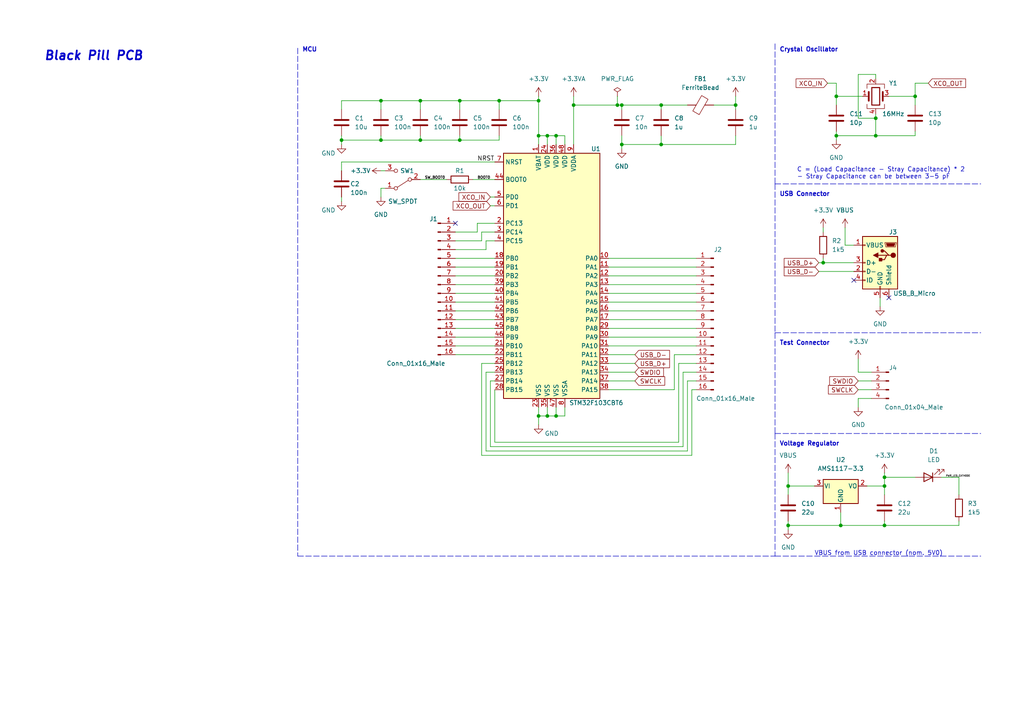
<source format=kicad_sch>
(kicad_sch (version 20211123) (generator eeschema)
  (paper "A4")
  (title_block (title "Black Pill") (date "2022-09-01") (rev "A") (company "SeanTedesco"))
  (lib_symbols
    (symbol "Connector:Conn_01x04_Male" (pin_names (offset 1.016) hide)
      (property "Reference" "J" (at 0 5.08 0))
      (property "Value" "Conn_01x04_Male" (at 0 -7.62 0))
      (symbol "Conn_01x04_Male_1_1"
        (polyline (pts (xy 1.27 -5.08) (xy 0.8636 -5.08)) (stroke (width 0.1524)))
        (polyline (pts (xy 1.27 -2.54) (xy 0.8636 -2.54)) (stroke (width 0.1524)))
        (polyline (pts (xy 1.27 0) (xy 0.8636 0)) (stroke (width 0.1524)))
        (polyline (pts (xy 1.27 2.54) (xy 0.8636 2.54)) (stroke (width 0.1524)))
        (rectangle (start 0.8636 -4.953) (end 0 -5.207) (stroke (width 0.1524)) (fill (type outline)))
        (rectangle (start 0.8636 -2.413) (end 0 -2.667) (stroke (width 0.1524)) (fill (type outline)))
        (rectangle (start 0.8636 0.127) (end 0 -0.127) (stroke (width 0.1524)) (fill (type outline)))
        (rectangle (start 0.8636 2.667) (end 0 2.413) (stroke (width 0.1524)) (fill (type outline)))
        (pin passive line (at 5.08 2.54 180) (length 3.81) (name "Pin_1") (number "1"))
        (pin passive line (at 5.08 0 180) (length 3.81) (name "Pin_2") (number "2"))
        (pin passive line (at 5.08 -2.54 180) (length 3.81) (name "Pin_3") (number "3"))
        (pin passive line (at 5.08 -5.08 180) (length 3.81) (name "Pin_4") (number "4"))
      )
    )
    (symbol "Connector:Conn_01x16_Male" (pin_names (offset 1.016) hide)
      (property "Reference" "J" (at 0 20.32 0))
      (property "Value" "Conn_01x16_Male" (at 0 -22.86 0))
      (symbol "Conn_01x16_Male_1_1"
        (polyline (pts (xy 1.27 -20.32) (xy 0.8636 -20.32)) (stroke (width 0.1524)))
        (polyline (pts (xy 1.27 -17.78) (xy 0.8636 -17.78)) (stroke (width 0.1524)))
        (polyline (pts (xy 1.27 -15.24) (xy 0.8636 -15.24)) (stroke (width 0.1524)))
        (polyline (pts (xy 1.27 -12.7) (xy 0.8636 -12.7)) (stroke (width 0.1524)))
        (polyline (pts (xy 1.27 -10.16) (xy 0.8636 -10.16)) (stroke (width 0.1524)))
        (polyline (pts (xy 1.27 -7.62) (xy 0.8636 -7.62)) (stroke (width 0.1524)))
        (polyline (pts (xy 1.27 -5.08) (xy 0.8636 -5.08)) (stroke (width 0.1524)))
        (polyline (pts (xy 1.27 -2.54) (xy 0.8636 -2.54)) (stroke (width 0.1524)))
        (polyline (pts (xy 1.27 0) (xy 0.8636 0)) (stroke (width 0.1524)))
        (polyline (pts (xy 1.27 2.54) (xy 0.8636 2.54)) (stroke (width 0.1524)))
        (polyline (pts (xy 1.27 5.08) (xy 0.8636 5.08)) (stroke (width 0.1524)))
        (polyline (pts (xy 1.27 7.62) (xy 0.8636 7.62)) (stroke (width 0.1524)))
        (polyline (pts (xy 1.27 10.16) (xy 0.8636 10.16)) (stroke (width 0.1524)))
        (polyline (pts (xy 1.27 12.7) (xy 0.8636 12.7)) (stroke (width 0.1524)))
        (polyline (pts (xy 1.27 15.24) (xy 0.8636 15.24)) (stroke (width 0.1524)))
        (polyline (pts (xy 1.27 17.78) (xy 0.8636 17.78)) (stroke (width 0.1524)))
        (rectangle (start 0.8636 -20.193) (end 0 -20.447) (stroke (width 0.1524)) (fill (type outline)))
        (rectangle (start 0.8636 -17.653) (end 0 -17.907) (stroke (width 0.1524)) (fill (type outline)))
        (rectangle (start 0.8636 -15.113) (end 0 -15.367) (stroke (width 0.1524)) (fill (type outline)))
        (rectangle (start 0.8636 -12.573) (end 0 -12.827) (stroke (width 0.1524)) (fill (type outline)))
        (rectangle (start 0.8636 -10.033) (end 0 -10.287) (stroke (width 0.1524)) (fill (type outline)))
        (rectangle (start 0.8636 -7.493) (end 0 -7.747) (stroke (width 0.1524)) (fill (type outline)))
        (rectangle (start 0.8636 -4.953) (end 0 -5.207) (stroke (width 0.1524)) (fill (type outline)))
        (rectangle (start 0.8636 -2.413) (end 0 -2.667) (stroke (width 0.1524)) (fill (type outline)))
        (rectangle (start 0.8636 0.127) (end 0 -0.127) (stroke (width 0.1524)) (fill (type outline)))
        (rectangle (start 0.8636 2.667) (end 0 2.413) (stroke (width 0.1524)) (fill (type outline)))
        (rectangle (start 0.8636 5.207) (end 0 4.953) (stroke (width 0.1524)) (fill (type outline)))
        (rectangle (start 0.8636 7.747) (end 0 7.493) (stroke (width 0.1524)) (fill (type outline)))
        (rectangle (start 0.8636 10.287) (end 0 10.033) (stroke (width 0.1524)) (fill (type outline)))
        (rectangle (start 0.8636 12.827) (end 0 12.573) (stroke (width 0.1524)) (fill (type outline)))
        (rectangle (start 0.8636 15.367) (end 0 15.113) (stroke (width 0.1524)) (fill (type outline)))
        (rectangle (start 0.8636 17.907) (end 0 17.653) (stroke (width 0.1524)) (fill (type outline)))
        (pin passive line (at 5.08 17.78 180) (length 3.81) (name "Pin_1") (number "1"))
        (pin passive line (at 5.08 -5.08 180) (length 3.81) (name "Pin_10") (number "10"))
        (pin passive line (at 5.08 -7.62 180) (length 3.81) (name "Pin_11") (number "11"))
        (pin passive line (at 5.08 -10.16 180) (length 3.81) (name "Pin_12") (number "12"))
        (pin passive line (at 5.08 -12.7 180) (length 3.81) (name "Pin_13") (number "13"))
        (pin passive line (at 5.08 -15.24 180) (length 3.81) (name "Pin_14") (number "14"))
        (pin passive line (at 5.08 -17.78 180) (length 3.81) (name "Pin_15") (number "15"))
        (pin passive line (at 5.08 -20.32 180) (length 3.81) (name "Pin_16") (number "16"))
        (pin passive line (at 5.08 15.24 180) (length 3.81) (name "Pin_2") (number "2"))
        (pin passive line (at 5.08 12.7 180) (length 3.81) (name "Pin_3") (number "3"))
        (pin passive line (at 5.08 10.16 180) (length 3.81) (name "Pin_4") (number "4"))
        (pin passive line (at 5.08 7.62 180) (length 3.81) (name "Pin_5") (number "5"))
        (pin passive line (at 5.08 5.08 180) (length 3.81) (name "Pin_6") (number "6"))
        (pin passive line (at 5.08 2.54 180) (length 3.81) (name "Pin_7") (number "7"))
        (pin passive line (at 5.08 0 180) (length 3.81) (name "Pin_8") (number "8"))
        (pin passive line (at 5.08 -2.54 180) (length 3.81) (name "Pin_9") (number "9"))
      )
    )
    (symbol "Connector:USB_B_Micro" (pin_names (offset 1.016))
      (property "Reference" "J" (at -5.08 11.43 0))
      (property "Value" "USB_B_Micro" (at -5.08 8.89 0))
      (symbol "USB_B_Micro_0_1"
        (rectangle (start -5.08 -7.62) (end 5.08 7.62) (stroke (width 0.254)) (fill (type background)))
        (circle (center -3.81 2.159) (radius 0.635) (stroke (width 0.254)) (fill (type outline)))
        (circle (center -0.635 3.429) (radius 0.381) (stroke (width 0.254)) (fill (type outline)))
        (rectangle (start -0.127 -7.62) (end 0.127 -6.858))
        (polyline (pts (xy -1.905 2.159) (xy 0.635 2.159)) (stroke (width 0.254)))
        (polyline (pts (xy -3.175 2.159) (xy -2.54 2.159) (xy -1.27 3.429) (xy -0.635 3.429)) (stroke (width 0.254)))
        (polyline (pts (xy -2.54 2.159) (xy -1.905 2.159) (xy -1.27 0.889) (xy 0 0.889)) (stroke (width 0.254)))
        (polyline (pts (xy 0.635 2.794) (xy 0.635 1.524) (xy 1.905 2.159) (xy 0.635 2.794)) (stroke (width 0.254)) (fill (type outline)))
        (polyline (pts (xy -4.318 5.588) (xy -1.778 5.588) (xy -2.032 4.826) (xy -4.064 4.826) (xy -4.318 5.588)) (fill (type outline)))
        (polyline (pts (xy -4.699 5.842) (xy -4.699 5.588) (xy -4.445 4.826) (xy -4.445 4.572) (xy -1.651 4.572) (xy -1.651 4.826) (xy -1.397 5.588) (xy -1.397 5.842) (xy -4.699 5.842)))
        (rectangle (start 0.254 1.27) (end -0.508 0.508) (stroke (width 0.254)) (fill (type outline)))
        (rectangle (start 5.08 -5.207) (end 4.318 -4.953))
        (rectangle (start 5.08 -2.667) (end 4.318 -2.413))
        (rectangle (start 5.08 -0.127) (end 4.318 0.127))
        (rectangle (start 5.08 4.953) (end 4.318 5.207))
      )
      (symbol "USB_B_Micro_1_1"
        (pin power_out line (at 7.62 5.08 180) (length 2.54) (name "VBUS") (number "1"))
        (pin bidirectional line (at 7.62 -2.54 180) (length 2.54) (name "D-") (number "2"))
        (pin bidirectional line (at 7.62 0 180) (length 2.54) (name "D+") (number "3"))
        (pin passive line (at 7.62 -5.08 180) (length 2.54) (name "ID") (number "4"))
        (pin power_out line (at 0 -10.16 90) (length 2.54) (name "GND") (number "5"))
        (pin passive line (at -2.54 -10.16 90) (length 2.54) (name "Shield") (number "6"))
      )
    )
    (symbol "Device:C" (pin_numbers hide) (pin_names (offset 0.254))
      (property "Reference" "C" (at 0.635 2.54 0))
      (property "Value" "C" (at 0.635 -2.54 0))
      (symbol "C_0_1"
        (polyline (pts (xy -2.032 -0.762) (xy 2.032 -0.762)) (stroke (width 0.508)))
        (polyline (pts (xy -2.032 0.762) (xy 2.032 0.762)) (stroke (width 0.508)))
      )
      (symbol "C_1_1"
        (pin passive line (at 0 3.81 270) (length 2.794) (name "~") (number "1"))
        (pin passive line (at 0 -3.81 90) (length 2.794) (name "~") (number "2"))
      )
    )
    (symbol "Device:Crystal_GND24" (pin_names (offset 1.016) hide)
      (property "Reference" "Y" (at 3.175 5.08 0))
      (property "Value" "Crystal_GND24" (at 3.175 3.175 0))
      (symbol "Crystal_GND24_0_1"
        (rectangle (start -1.143 2.54) (end 1.143 -2.54) (stroke (width 0.3048)))
        (polyline (pts (xy -2.54 0) (xy -2.032 0)))
        (polyline (pts (xy -2.032 -1.27) (xy -2.032 1.27)) (stroke (width 0.508)))
        (polyline (pts (xy 0 -3.81) (xy 0 -3.556)))
        (polyline (pts (xy 0 3.556) (xy 0 3.81)))
        (polyline (pts (xy 2.032 -1.27) (xy 2.032 1.27)) (stroke (width 0.508)))
        (polyline (pts (xy 2.032 0) (xy 2.54 0)))
        (polyline (pts (xy -2.54 -2.286) (xy -2.54 -3.556) (xy 2.54 -3.556) (xy 2.54 -2.286)))
        (polyline (pts (xy -2.54 2.286) (xy -2.54 3.556) (xy 2.54 3.556) (xy 2.54 2.286)))
      )
      (symbol "Crystal_GND24_1_1"
        (pin passive line (at -3.81 0 0) (length 1.27) (name "1") (number "1"))
        (pin passive line (at 0 5.08 270) (length 1.27) (name "2") (number "2"))
        (pin passive line (at 3.81 0 180) (length 1.27) (name "3") (number "3"))
        (pin passive line (at 0 -5.08 90) (length 1.27) (name "4") (number "4"))
      )
    )
    (symbol "Device:FerriteBead" (pin_numbers hide) (pin_names (offset 0))
      (property "Reference" "FB" (at -3.81 0.635 90))
      (property "Value" "FerriteBead" (at 3.81 0 90))
      (symbol "FerriteBead_0_1"
        (polyline (pts (xy 0 -1.27) (xy 0 -1.2192)))
        (polyline (pts (xy 0 1.27) (xy 0 1.2954)))
        (polyline (pts (xy -2.7686 0.4064) (xy -1.7018 2.2606) (xy 2.7686 -0.3048) (xy 1.6764 -2.159) (xy -2.7686 0.4064)))
      )
      (symbol "FerriteBead_1_1"
        (pin passive line (at 0 3.81 270) (length 2.54) (name "~") (number "1"))
        (pin passive line (at 0 -3.81 90) (length 2.54) (name "~") (number "2"))
      )
    )
    (symbol "Device:LED" (pin_numbers hide) (pin_names (offset 1.016) hide)
      (property "Reference" "D" (at 0 2.54 0))
      (property "Value" "LED" (at 0 -2.54 0))
      (symbol "LED_0_1"
        (polyline (pts (xy -1.27 -1.27) (xy -1.27 1.27)) (stroke (width 0.254)))
        (polyline (pts (xy -1.27 0) (xy 1.27 0)))
        (polyline (pts (xy 1.27 -1.27) (xy 1.27 1.27) (xy -1.27 0) (xy 1.27 -1.27)) (stroke (width 0.254)))
        (polyline (pts (xy -3.048 -0.762) (xy -4.572 -2.286) (xy -3.81 -2.286) (xy -4.572 -2.286) (xy -4.572 -1.524)))
        (polyline (pts (xy -1.778 -0.762) (xy -3.302 -2.286) (xy -2.54 -2.286) (xy -3.302 -2.286) (xy -3.302 -1.524)))
      )
      (symbol "LED_1_1"
        (pin passive line (at -3.81 0 0) (length 2.54) (name "K") (number "1"))
        (pin passive line (at 3.81 0 180) (length 2.54) (name "A") (number "2"))
      )
    )
    (symbol "Device:R" (pin_numbers hide) (pin_names (offset 0))
      (property "Reference" "R" (at 2.032 0 90))
      (property "Value" "R" (at 0 0 90))
      (symbol "R_0_1"
        (rectangle (start -1.016 -2.54) (end 1.016 2.54) (stroke (width 0.254)))
      )
      (symbol "R_1_1"
        (pin passive line (at 0 3.81 270) (length 1.27) (name "~") (number "1"))
        (pin passive line (at 0 -3.81 90) (length 1.27) (name "~") (number "2"))
      )
    )
    (symbol "MCU_ST_STM32F1:STM32F103CBTx"
      (property "Reference" "U" (at -15.24 36.83 0))
      (property "Value" "STM32F103CBTx" (at 7.62 36.83 0))
      (symbol "STM32F103CBTx_0_1"
        (rectangle (start -15.24 -35.56) (end 12.7 35.56) (stroke (width 0.254)) (fill (type background)))
      )
      (symbol "STM32F103CBTx_1_1"
        (pin power_in line (at -5.08 38.1 270) (length 2.54) (name "VBAT") (number "1"))
        (pin bidirectional line (at 15.24 5.08 180) (length 2.54) (name "PA0") (number "10"))
        (pin bidirectional line (at 15.24 2.54 180) (length 2.54) (name "PA1") (number "11"))
        (pin bidirectional line (at 15.24 0 180) (length 2.54) (name "PA2") (number "12"))
        (pin bidirectional line (at 15.24 -2.54 180) (length 2.54) (name "PA3") (number "13"))
        (pin bidirectional line (at 15.24 -5.08 180) (length 2.54) (name "PA4") (number "14"))
        (pin bidirectional line (at 15.24 -7.62 180) (length 2.54) (name "PA5") (number "15"))
        (pin bidirectional line (at 15.24 -10.16 180) (length 2.54) (name "PA6") (number "16"))
        (pin bidirectional line (at 15.24 -12.7 180) (length 2.54) (name "PA7") (number "17"))
        (pin bidirectional line (at -17.78 5.08 0) (length 2.54) (name "PB0") (number "18"))
        (pin bidirectional line (at -17.78 2.54 0) (length 2.54) (name "PB1") (number "19"))
        (pin bidirectional line (at -17.78 15.24 0) (length 2.54) (name "PC13") (number "2"))
        (pin bidirectional line (at -17.78 0 0) (length 2.54) (name "PB2") (number "20"))
        (pin bidirectional line (at -17.78 -20.32 0) (length 2.54) (name "PB10") (number "21"))
        (pin bidirectional line (at -17.78 -22.86 0) (length 2.54) (name "PB11") (number "22"))
        (pin power_in line (at -5.08 -38.1 90) (length 2.54) (name "VSS") (number "23"))
        (pin power_in line (at -2.54 38.1 270) (length 2.54) (name "VDD") (number "24"))
        (pin bidirectional line (at -17.78 -25.4 0) (length 2.54) (name "PB12") (number "25"))
        (pin bidirectional line (at -17.78 -27.94 0) (length 2.54) (name "PB13") (number "26"))
        (pin bidirectional line (at -17.78 -30.48 0) (length 2.54) (name "PB14") (number "27"))
        (pin bidirectional line (at -17.78 -33.02 0) (length 2.54) (name "PB15") (number "28"))
        (pin bidirectional line (at 15.24 -15.24 180) (length 2.54) (name "PA8") (number "29"))
        (pin bidirectional line (at -17.78 12.7 0) (length 2.54) (name "PC14") (number "3"))
        (pin bidirectional line (at 15.24 -17.78 180) (length 2.54) (name "PA9") (number "30"))
        (pin bidirectional line (at 15.24 -20.32 180) (length 2.54) (name "PA10") (number "31"))
        (pin bidirectional line (at 15.24 -22.86 180) (length 2.54) (name "PA11") (number "32"))
        (pin bidirectional line (at 15.24 -25.4 180) (length 2.54) (name "PA12") (number "33"))
        (pin bidirectional line (at 15.24 -27.94 180) (length 2.54) (name "PA13") (number "34"))
        (pin power_in line (at -2.54 -38.1 90) (length 2.54) (name "VSS") (number "35"))
        (pin power_in line (at 0 38.1 270) (length 2.54) (name "VDD") (number "36"))
        (pin bidirectional line (at 15.24 -30.48 180) (length 2.54) (name "PA14") (number "37"))
        (pin bidirectional line (at 15.24 -33.02 180) (length 2.54) (name "PA15") (number "38"))
        (pin bidirectional line (at -17.78 -2.54 0) (length 2.54) (name "PB3") (number "39"))
        (pin bidirectional line (at -17.78 10.16 0) (length 2.54) (name "PC15") (number "4"))
        (pin bidirectional line (at -17.78 -5.08 0) (length 2.54) (name "PB4") (number "40"))
        (pin bidirectional line (at -17.78 -7.62 0) (length 2.54) (name "PB5") (number "41"))
        (pin bidirectional line (at -17.78 -10.16 0) (length 2.54) (name "PB6") (number "42"))
        (pin bidirectional line (at -17.78 -12.7 0) (length 2.54) (name "PB7") (number "43"))
        (pin input line (at -17.78 27.94 0) (length 2.54) (name "BOOT0") (number "44"))
        (pin bidirectional line (at -17.78 -15.24 0) (length 2.54) (name "PB8") (number "45"))
        (pin bidirectional line (at -17.78 -17.78 0) (length 2.54) (name "PB9") (number "46"))
        (pin power_in line (at 0 -38.1 90) (length 2.54) (name "VSS") (number "47"))
        (pin power_in line (at 2.54 38.1 270) (length 2.54) (name "VDD") (number "48"))
        (pin input line (at -17.78 22.86 0) (length 2.54) (name "PD0") (number "5"))
        (pin input line (at -17.78 20.32 0) (length 2.54) (name "PD1") (number "6"))
        (pin input line (at -17.78 33.02 0) (length 2.54) (name "NRST") (number "7"))
        (pin power_in line (at 2.54 -38.1 90) (length 2.54) (name "VSSA") (number "8"))
        (pin power_in line (at 5.08 38.1 270) (length 2.54) (name "VDDA") (number "9"))
      )
    )
    (symbol "Regulator_Linear:AMS1117-3.3" (pin_names (offset 0.254))
      (property "Reference" "U" (at -3.81 3.175 0))
      (property "Value" "AMS1117-3.3" (at 0 3.175 0))
      (symbol "AMS1117-3.3_0_1"
        (rectangle (start -5.08 -5.08) (end 5.08 1.905) (stroke (width 0.254)) (fill (type background)))
      )
      (symbol "AMS1117-3.3_1_1"
        (pin power_in line (at 0 -7.62 90) (length 2.54) (name "GND") (number "1"))
        (pin power_out line (at 7.62 0 180) (length 2.54) (name "VO") (number "2"))
        (pin power_in line (at -7.62 0 0) (length 2.54) (name "VI") (number "3"))
      )
    )
    (symbol "Switch:SW_SPDT" (pin_names (offset 0) hide)
      (property "Reference" "SW" (at 0 4.318 0))
      (property "Value" "SW_SPDT" (at 0 -5.08 0))
      (symbol "SW_SPDT_0_0"
        (circle (center -2.032 0) (radius 0.508))
        (circle (center 2.032 -2.54) (radius 0.508))
      )
      (symbol "SW_SPDT_0_1"
        (polyline (pts (xy -1.524 0.254) (xy 1.651 2.286)))
        (circle (center 2.032 2.54) (radius 0.508))
      )
      (symbol "SW_SPDT_1_1"
        (pin passive line (at 5.08 2.54 180) (length 2.54) (name "A") (number "1"))
        (pin passive line (at -5.08 0 0) (length 2.54) (name "B") (number "2"))
        (pin passive line (at 5.08 -2.54 180) (length 2.54) (name "C") (number "3"))
      )
    )
    (symbol "power:+3.3V" (power) (pin_names (offset 0))
      (property "Value" "+3.3V" (at 0 3.556 0))
      (symbol "+3.3V_0_1"
        (polyline (pts (xy -0.762 1.27) (xy 0 2.54)))
        (polyline (pts (xy 0 0) (xy 0 2.54)))
        (polyline (pts (xy 0 2.54) (xy 0.762 1.27)))
      )
      (symbol "+3.3V_1_1"
        (pin power_in line (at 0 0 90) (length 0) hide (name "+3.3V") (number "1"))
      )
    )
    (symbol "power:+3.3VA" (power) (pin_names (offset 0))
      (property "Value" "+3.3VA" (at 0 3.556 0))
      (symbol "+3.3VA_0_1"
        (polyline (pts (xy -0.762 1.27) (xy 0 2.54)))
        (polyline (pts (xy 0 0) (xy 0 2.54)))
        (polyline (pts (xy 0 2.54) (xy 0.762 1.27)))
      )
      (symbol "+3.3VA_1_1"
        (pin power_in line (at 0 0 90) (length 0) hide (name "+3.3VA") (number "1"))
      )
    )
    (symbol "power:GND" (power) (pin_names (offset 0))
      (property "Value" "GND" (at 0 -3.81 0))
      (symbol "GND_0_1"
        (polyline (pts (xy 0 0) (xy 0 -1.27) (xy 1.27 -1.27) (xy 0 -2.54) (xy -1.27 -1.27) (xy 0 -1.27)))
      )
      (symbol "GND_1_1"
        (pin power_in line (at 0 0 270) (length 0) hide (name "GND") (number "1"))
      )
    )
    (symbol "power:PWR_FLAG" (power) (pin_numbers hide) (pin_names (offset 0) hide)
      (property "Value" "PWR_FLAG" (at 0 3.81 0))
      (symbol "PWR_FLAG_0_0"
        (pin power_out line (at 0 0 90) (length 0) (name "pwr") (number "1"))
      )
      (symbol "PWR_FLAG_0_1"
        (polyline (pts (xy 0 0) (xy 0 1.27) (xy -1.016 1.905) (xy 0 2.54) (xy 1.016 1.905) (xy 0 1.27)))
      )
    )
    (symbol "power:VBUS" (power) (pin_names (offset 0))
      (property "Value" "VBUS" (at 0 3.81 0))
      (symbol "VBUS_0_1"
        (polyline (pts (xy -0.762 1.27) (xy 0 2.54)))
        (polyline (pts (xy 0 0) (xy 0 2.54)))
        (polyline (pts (xy 0 2.54) (xy 0.762 1.27)))
      )
      (symbol "VBUS_1_1"
        (pin power_in line (at 0 0 90) (length 0) hide (name "VBUS") (number "1"))
      )
    )
  )
  (junction (at 158.75 120.65))
  (junction (at 256.54 138.43))
  (junction (at 191.77 30.48))
  (junction (at 156.21 39.37))
  (junction (at 121.92 29.21))
  (junction (at 256.54 152.4))
  (junction (at 110.49 29.21))
  (junction (at 133.35 29.21))
  (junction (at 243.84 152.4))
  (junction (at 256.54 140.97))
  (junction (at 161.29 120.65))
  (junction (at 161.29 39.37))
  (junction (at 158.75 39.37))
  (junction (at 156.21 29.21))
  (junction (at 121.92 40.64))
  (junction (at 191.77 41.91))
  (junction (at 179.07 30.48))
  (junction (at 99.06 40.64))
  (junction (at 238.76 76.2))
  (junction (at 265.43 27.94))
  (junction (at 166.37 30.48))
  (junction (at 254 34.29))
  (junction (at 213.36 30.48))
  (junction (at 144.78 29.21))
  (junction (at 110.49 40.64))
  (junction (at 228.6 152.4))
  (junction (at 254 39.37))
  (junction (at 180.34 30.48))
  (junction (at 228.6 140.97))
  (junction (at 156.21 120.65))
  (junction (at 133.35 40.64))
  (junction (at 242.57 39.37))
  (junction (at 180.34 41.91))
  (junction (at 242.57 27.94))
  (no_connect (at 132.08 64.77))
  (no_connect (at 257.81 86.36))
  (no_connect (at 247.65 81.28))
  (wire (pts (xy 176.53 80.01) (xy 201.93 80.01)))
  (wire (pts (xy 199.39 130.81) (xy 199.39 110.49)))
  (wire (pts (xy 140.97 107.95) (xy 140.97 130.81)))
  (wire (pts (xy 256.54 138.43) (xy 265.43 138.43)))
  (wire (pts (xy 238.76 66.04) (xy 238.76 67.31)))
  (wire (pts (xy 163.83 118.11) (xy 163.83 120.65)))
  (wire (pts (xy 237.49 78.74) (xy 247.65 78.74)))
  (wire (pts (xy 242.57 39.37) (xy 254 39.37)))
  (wire (pts (xy 191.77 30.48) (xy 191.77 31.75)))
  (wire (pts (xy 265.43 24.13) (xy 265.43 27.94)))
  (wire (pts (xy 242.57 27.94) (xy 250.19 27.94)))
  (wire (pts (xy 121.92 52.07) (xy 129.54 52.07)))
  (wire (pts (xy 138.43 64.77) (xy 143.51 64.77)))
  (wire (pts (xy 176.53 77.47) (xy 201.93 77.47)))
  (wire (pts (xy 252.73 115.57) (xy 248.92 115.57)))
  (wire (pts (xy 248.92 113.03) (xy 252.73 113.03)))
  (wire (pts (xy 161.29 39.37) (xy 161.29 41.91)))
  (wire (pts (xy 191.77 41.91) (xy 213.36 41.91)))
  (wire (pts (xy 132.08 69.85) (xy 139.7 69.85)))
  (wire (pts (xy 99.06 39.37) (xy 99.06 40.64)))
  (wire (pts (xy 265.43 39.37) (xy 265.43 38.1)))
  (wire (pts (xy 228.6 137.16) (xy 228.6 140.97)))
  (wire (pts (xy 144.78 29.21) (xy 144.78 31.75)))
  (wire (pts (xy 133.35 40.64) (xy 121.92 40.64)))
  (wire (pts (xy 132.08 72.39) (xy 140.97 72.39)))
  (wire (pts (xy 240.03 24.13) (xy 242.57 24.13)))
  (wire (pts (xy 179.07 27.94) (xy 179.07 30.48)))
  (wire (pts (xy 254 22.86) (xy 254 21.59)))
  (wire (pts (xy 133.35 39.37) (xy 133.35 40.64)))
  (wire (pts (xy 265.43 27.94) (xy 265.43 30.48)))
  (wire (pts (xy 248.92 34.29) (xy 254 34.29)))
  (wire (pts (xy 121.92 40.64) (xy 110.49 40.64)))
  (wire (pts (xy 242.57 39.37) (xy 242.57 40.64)))
  (wire (pts (xy 132.08 100.33) (xy 143.51 100.33)))
  (wire (pts (xy 198.12 107.95) (xy 201.93 107.95)))
  (wire (pts (xy 257.81 27.94) (xy 265.43 27.94)))
  (wire (pts (xy 156.21 118.11) (xy 156.21 120.65)))
  (wire (pts (xy 166.37 30.48) (xy 166.37 41.91)))
  (wire (pts (xy 143.51 69.85) (xy 140.97 69.85)))
  (wire (pts (xy 278.13 138.43) (xy 278.13 143.51)))
  (wire (pts (xy 278.13 152.4) (xy 256.54 152.4)))
  (wire (pts (xy 243.84 148.59) (xy 243.84 152.4)))
  (wire (pts (xy 248.92 21.59) (xy 248.92 34.29)))
  (wire (pts (xy 132.08 92.71) (xy 143.51 92.71)))
  (wire (pts (xy 176.53 110.49) (xy 184.15 110.49)))
  (wire (pts (xy 143.51 113.03) (xy 143.51 128.27)))
  (wire (pts (xy 176.53 95.25) (xy 201.93 95.25)))
  (wire (pts (xy 156.21 39.37) (xy 156.21 41.91)))
  (wire (pts (xy 248.92 104.14) (xy 248.92 107.95)))
  (wire (pts (xy 248.92 107.95) (xy 252.73 107.95)))
  (wire (pts (xy 161.29 39.37) (xy 158.75 39.37)))
  (wire (pts (xy 256.54 138.43) (xy 256.54 140.97)))
  (wire (pts (xy 196.85 105.41) (xy 201.93 105.41)))
  (wire (pts (xy 245.11 66.04) (xy 245.11 71.12)))
  (wire (pts (xy 121.92 39.37) (xy 121.92 40.64)))
  (wire (pts (xy 99.06 29.21) (xy 99.06 31.75)))
  (wire (pts (xy 176.53 113.03) (xy 195.58 113.03)))
  (wire (pts (xy 196.85 128.27) (xy 196.85 105.41)))
  (wire (pts (xy 132.08 67.31) (xy 138.43 67.31)))
  (wire (pts (xy 132.08 82.55) (xy 143.51 82.55)))
  (wire (pts (xy 132.08 85.09) (xy 143.51 85.09)))
  (wire (pts (xy 99.06 46.99) (xy 143.51 46.99)))
  (polyline (pts (xy 224.79 125.73) (xy 284.48 125.73)))
  (wire (pts (xy 156.21 120.65) (xy 156.21 123.19)))
  (polyline (pts (xy 86.36 161.29) (xy 224.79 161.29)))
  (wire (pts (xy 248.92 115.57) (xy 248.92 118.11)))
  (wire (pts (xy 139.7 67.31) (xy 143.51 67.31)))
  (wire (pts (xy 228.6 140.97) (xy 228.6 143.51)))
  (wire (pts (xy 248.92 110.49) (xy 252.73 110.49)))
  (wire (pts (xy 156.21 29.21) (xy 144.78 29.21)))
  (wire (pts (xy 228.6 152.4) (xy 228.6 153.67)))
  (wire (pts (xy 121.92 29.21) (xy 121.92 31.75)))
  (wire (pts (xy 161.29 120.65) (xy 158.75 120.65)))
  (wire (pts (xy 176.53 82.55) (xy 201.93 82.55)))
  (polyline (pts (xy 224.79 96.52) (xy 284.48 96.52)))
  (wire (pts (xy 198.12 129.54) (xy 198.12 107.95)))
  (wire (pts (xy 176.53 85.09) (xy 201.93 85.09)))
  (polyline (pts (xy 224.79 53.34) (xy 284.48 53.34)))
  (wire (pts (xy 137.16 52.07) (xy 143.51 52.07)))
  (wire (pts (xy 191.77 30.48) (xy 199.39 30.48)))
  (wire (pts (xy 132.08 102.87) (xy 143.51 102.87)))
  (wire (pts (xy 143.51 107.95) (xy 140.97 107.95)))
  (wire (pts (xy 139.7 105.41) (xy 139.7 132.08)))
  (wire (pts (xy 144.78 40.64) (xy 133.35 40.64)))
  (wire (pts (xy 180.34 39.37) (xy 180.34 41.91)))
  (wire (pts (xy 110.49 29.21) (xy 99.06 29.21)))
  (wire (pts (xy 176.53 87.63) (xy 201.93 87.63)))
  (polyline (pts (xy 86.36 13.97) (xy 86.36 161.29)))
  (wire (pts (xy 207.01 30.48) (xy 213.36 30.48)))
  (wire (pts (xy 237.49 76.2) (xy 238.76 76.2)))
  (wire (pts (xy 176.53 97.79) (xy 201.93 97.79)))
  (wire (pts (xy 138.43 67.31) (xy 138.43 64.77)))
  (wire (pts (xy 242.57 38.1) (xy 242.57 39.37)))
  (wire (pts (xy 191.77 39.37) (xy 191.77 41.91)))
  (wire (pts (xy 163.83 120.65) (xy 161.29 120.65)))
  (wire (pts (xy 236.22 140.97) (xy 228.6 140.97)))
  (wire (pts (xy 176.53 107.95) (xy 184.15 107.95)))
  (wire (pts (xy 176.53 100.33) (xy 201.93 100.33)))
  (wire (pts (xy 156.21 29.21) (xy 156.21 39.37)))
  (wire (pts (xy 143.51 110.49) (xy 142.24 110.49)))
  (wire (pts (xy 158.75 39.37) (xy 158.75 41.91)))
  (polyline (pts (xy 224.79 161.29) (xy 284.48 161.29)))
  (wire (pts (xy 110.49 29.21) (xy 110.49 31.75)))
  (wire (pts (xy 156.21 27.94) (xy 156.21 29.21)))
  (wire (pts (xy 200.66 113.03) (xy 201.93 113.03)))
  (wire (pts (xy 139.7 132.08) (xy 200.66 132.08)))
  (wire (pts (xy 254 34.29) (xy 254 39.37)))
  (wire (pts (xy 278.13 151.13) (xy 278.13 152.4)))
  (wire (pts (xy 143.51 105.41) (xy 139.7 105.41)))
  (wire (pts (xy 254 21.59) (xy 248.92 21.59)))
  (wire (pts (xy 132.08 74.93) (xy 143.51 74.93)))
  (wire (pts (xy 213.36 41.91) (xy 213.36 39.37)))
  (wire (pts (xy 199.39 110.49) (xy 201.93 110.49)))
  (wire (pts (xy 132.08 95.25) (xy 143.51 95.25)))
  (wire (pts (xy 195.58 102.87) (xy 201.93 102.87)))
  (wire (pts (xy 242.57 24.13) (xy 242.57 27.94)))
  (wire (pts (xy 256.54 143.51) (xy 256.54 140.97)))
  (wire (pts (xy 176.53 90.17) (xy 201.93 90.17)))
  (wire (pts (xy 238.76 74.93) (xy 238.76 76.2)))
  (wire (pts (xy 176.53 105.41) (xy 184.15 105.41)))
  (wire (pts (xy 139.7 69.85) (xy 139.7 67.31)))
  (wire (pts (xy 99.06 40.64) (xy 99.06 41.91)))
  (wire (pts (xy 176.53 92.71) (xy 201.93 92.71)))
  (wire (pts (xy 213.36 27.94) (xy 213.36 30.48)))
  (wire (pts (xy 110.49 57.15) (xy 110.49 54.61)))
  (wire (pts (xy 176.53 102.87) (xy 184.15 102.87)))
  (wire (pts (xy 132.08 80.01) (xy 143.51 80.01)))
  (wire (pts (xy 110.49 54.61) (xy 111.76 54.61)))
  (wire (pts (xy 161.29 118.11) (xy 161.29 120.65)))
  (wire (pts (xy 243.84 152.4) (xy 256.54 152.4)))
  (wire (pts (xy 140.97 69.85) (xy 140.97 72.39)))
  (wire (pts (xy 195.58 113.03) (xy 195.58 102.87)))
  (wire (pts (xy 121.92 29.21) (xy 110.49 29.21)))
  (wire (pts (xy 256.54 152.4) (xy 256.54 151.13)))
  (wire (pts (xy 163.83 41.91) (xy 163.83 39.37)))
  (wire (pts (xy 158.75 118.11) (xy 158.75 120.65)))
  (wire (pts (xy 110.49 40.64) (xy 99.06 40.64)))
  (wire (pts (xy 228.6 152.4) (xy 243.84 152.4)))
  (wire (pts (xy 132.08 90.17) (xy 143.51 90.17)))
  (wire (pts (xy 245.11 71.12) (xy 247.65 71.12)))
  (wire (pts (xy 110.49 49.53) (xy 111.76 49.53)))
  (wire (pts (xy 158.75 120.65) (xy 156.21 120.65)))
  (wire (pts (xy 200.66 132.08) (xy 200.66 113.03)))
  (wire (pts (xy 144.78 39.37) (xy 144.78 40.64)))
  (wire (pts (xy 110.49 39.37) (xy 110.49 40.64)))
  (wire (pts (xy 142.24 110.49) (xy 142.24 129.54)))
  (polyline (pts (xy 224.79 12.7) (xy 224.79 53.34)))
  (wire (pts (xy 142.24 129.54) (xy 198.12 129.54)))
  (wire (pts (xy 180.34 30.48) (xy 180.34 31.75)))
  (wire (pts (xy 132.08 77.47) (xy 143.51 77.47)))
  (wire (pts (xy 166.37 27.94) (xy 166.37 30.48)))
  (wire (pts (xy 133.35 29.21) (xy 133.35 31.75)))
  (wire (pts (xy 156.21 39.37) (xy 158.75 39.37)))
  (wire (pts (xy 213.36 30.48) (xy 213.36 31.75)))
  (wire (pts (xy 256.54 137.16) (xy 256.54 138.43)))
  (wire (pts (xy 133.35 29.21) (xy 121.92 29.21)))
  (wire (pts (xy 142.24 59.69) (xy 143.51 59.69)))
  (wire (pts (xy 180.34 41.91) (xy 180.34 43.18)))
  (wire (pts (xy 99.06 49.53) (xy 99.06 46.99)))
  (wire (pts (xy 242.57 27.94) (xy 242.57 30.48)))
  (wire (pts (xy 132.08 97.79) (xy 143.51 97.79)))
  (wire (pts (xy 180.34 41.91) (xy 191.77 41.91)))
  (wire (pts (xy 254 33.02) (xy 254 34.29)))
  (wire (pts (xy 179.07 30.48) (xy 180.34 30.48)))
  (wire (pts (xy 140.97 130.81) (xy 199.39 130.81)))
  (wire (pts (xy 180.34 30.48) (xy 191.77 30.48)))
  (wire (pts (xy 144.78 29.21) (xy 133.35 29.21)))
  (wire (pts (xy 143.51 128.27) (xy 196.85 128.27)))
  (wire (pts (xy 166.37 30.48) (xy 179.07 30.48)))
  (wire (pts (xy 273.05 138.43) (xy 278.13 138.43)))
  (wire (pts (xy 228.6 151.13) (xy 228.6 152.4)))
  (wire (pts (xy 132.08 87.63) (xy 143.51 87.63)))
  (wire (pts (xy 163.83 39.37) (xy 161.29 39.37)))
  (wire (pts (xy 255.27 86.36) (xy 255.27 88.9)))
  (wire (pts (xy 142.24 57.15) (xy 143.51 57.15)))
  (wire (pts (xy 269.24 24.13) (xy 265.43 24.13)))
  (polyline (pts (xy 224.79 125.73) (xy 224.79 161.29)))
  (wire (pts (xy 254 39.37) (xy 265.43 39.37)))
  (polyline (pts (xy 224.79 96.52) (xy 224.79 125.73)))
  (wire (pts (xy 238.76 76.2) (xy 247.65 76.2)))
  (wire (pts (xy 256.54 140.97) (xy 251.46 140.97)))
  (polyline (pts (xy 224.79 53.34) (xy 224.79 96.52)))
  (wire (pts (xy 99.06 57.15) (xy 99.06 58.42)))
  (wire (pts (xy 176.53 74.93) (xy 201.93 74.93)))
  (text "Test Connector\n" (at 226.06 100.33 0) (effects (font (size 1.27 1.27) bold) (justify left bottom)))
  (text "Crystal Oscillator" (at 226.06 15.24 0) (effects (font (size 1.27 1.27) (thickness 0.254) bold) (justify left bottom)))
  (text "MCU\n" (at 87.63 15.24 0) (effects (font (size 1.27 1.27) bold) (justify left bottom)))
  (text "USB Connector" (at 226.06 57.15 0) (effects (font (size 1.27 1.27) bold) (justify left bottom)))
  (text "Voltage Regulator" (at 226.06 129.54 0) (effects (font (size 1.27 1.27) bold) (justify left bottom)))
  (text "C = (Load Capacitance - Stray Capacitance) * 2\n- Stray Capacitance can be between 3-5 pF" (at 231.14 52.07 0) (effects (font (size 1.27 1.27)) (justify left bottom)))
  (text "VBUS from USB connector (nom. 5V0)" (at 236.22 161.29 0) (effects (font (size 1.27 1.27)) (justify left bottom)))
  (text "Black Pill PCB" (at 12.7 17.78 0) (effects (font (size 2.54 2.54) bold italic) (justify left bottom)))
  (label "PWR_LED_CATHODE" (at 274.32 138.43 0) (effects (font (size 0.5 0.5) bold)))
  (label "SW_BOOT0" (at 123.19 52.07 0) (effects (font (size 0.75 0.75))))
  (label "BOOT0" (at 138.43 52.07 0) (effects (font (size 0.75 0.75))))
  (label "NRST" (at 138.43 46.99 0))
  (global_label "USB_D+" (shape input) (at 184.15 105.41 0) (property "Intersheet References" "${INTERSHEET_REFS}" (effects hide)))
  (global_label "USB_D-" (shape input) (at 237.49 78.74 180) (property "Intersheet References" "${INTERSHEET_REFS}" (effects hide)))
  (global_label "XCO_OUT" (shape input) (at 269.24 24.13 0) (property "Intersheet References" "${INTERSHEET_REFS}" (effects hide)))
  (global_label "SWDIO" (shape input) (at 248.92 110.49 180) (property "Intersheet References" "${INTERSHEET_REFS}" (effects hide)))
  (global_label "XCO_IN" (shape input) (at 142.24 57.15 180) (property "Intersheet References" "${INTERSHEET_REFS}" (effects hide)))
  (global_label "SWCLK" (shape input) (at 184.15 110.49 0) (property "Intersheet References" "${INTERSHEET_REFS}" (effects hide)))
  (global_label "SWDIO" (shape input) (at 184.15 107.95 0) (property "Intersheet References" "${INTERSHEET_REFS}" (effects hide)))
  (global_label "USB_D+" (shape input) (at 237.49 76.2 180) (property "Intersheet References" "${INTERSHEET_REFS}" (effects hide)))
  (global_label "SWCLK" (shape input) (at 248.92 113.03 180) (property "Intersheet References" "${INTERSHEET_REFS}" (effects hide)))
  (global_label "USB_D-" (shape input) (at 184.15 102.87 0) (property "Intersheet References" "${INTERSHEET_REFS}" (effects hide)))
  (global_label "XCO_OUT" (shape input) (at 142.24 59.69 180) (property "Intersheet References" "${INTERSHEET_REFS}" (effects hide)))
  (global_label "XCO_IN" (shape input) (at 240.03 24.13 180) (property "Intersheet References" "${INTERSHEET_REFS}" (effects hide)))
  (symbol (lib_id "Switch:SW_SPDT") (at 116.84 52.07 180) (unit 1)
    (property "Reference" "SW1" (at 118.11 49.53 0))
    (property "Value" "SW_SPDT" (at 116.84 58.42 0))
    (property "Footprint" "Button_Switch_SMD:SW_SPDT_PCM12" (effects hide))
  )
  (symbol (lib_id "Device:C") (at 213.36 35.56 0) (unit 1)
    (property "Reference" "C9" (at 217.17 34.2899 0) (effects (justify left)))
    (property "Value" "1u" (at 217.17 36.8299 0) (effects (justify left)))
    (property "Footprint" "Capacitor_SMD:C_0402_1005Metric" (effects hide))
  )
  (symbol (lib_id "power:GND") (at 248.92 118.11 0) (unit 1)
    (property "Reference" "#PWR016" (effects hide))
    (property "Value" "GND" (at 248.92 123.19 0))
  )
  (symbol (lib_id "power:+3.3V") (at 156.21 27.94 0) (unit 1)
    (property "Reference" "#PWR05" (effects hide))
    (property "Value" "+3.3V" (at 156.21 22.86 0))
  )
  (symbol (lib_id "Device:C") (at 228.6 147.32 0) (unit 1)
    (property "Reference" "C10" (at 232.41 146.0499 0) (effects (justify left)))
    (property "Value" "22u" (at 232.41 148.5899 0) (effects (justify left)))
    (property "Footprint" "Capacitor_SMD:C_0805_2012Metric" (effects hide))
  )
  (symbol (lib_id "Device:LED") (at 269.24 138.43 180) (unit 1)
    (property "Reference" "D1" (at 270.8275 130.81 0))
    (property "Value" "LED" (at 270.8275 133.35 0))
    (property "Footprint" "LED_SMD:LED_0603_1608Metric" (effects hide))
  )
  (symbol (lib_id "power:VBUS") (at 228.6 137.16 0) (unit 1)
    (property "Reference" "#PWR010" (effects hide))
    (property "Value" "VBUS" (at 228.6 132.08 0))
  )
  (symbol (lib_id "power:+3.3V") (at 213.36 27.94 0) (unit 1)
    (property "Reference" "#PWR09" (effects hide))
    (property "Value" "+3.3V" (at 213.36 22.86 0))
  )
  (symbol (lib_id "power:+3.3V") (at 238.76 66.04 0) (unit 1)
    (property "Reference" "#PWR012" (effects hide))
    (property "Value" "+3.3V" (at 238.76 60.96 0))
  )
  (symbol (lib_id "power:GND") (at 99.06 41.91 0) (unit 1)
    (property "Reference" "#PWR01" (effects hide))
    (property "Value" "GND" (at 95.25 44.45 0))
  )
  (symbol (lib_id "MCU_ST_STM32F1:STM32F103CBTx") (at 161.29 80.01 0) (unit 1)
    (property "Reference" "U1" (at 171.45 43.18 0) (effects (justify left)))
    (property "Value" "STM32F103CBT6" (at 165.1 116.84 0) (effects (justify left)))
    (property "Footprint" "Package_QFP:LQFP-48_7x7mm_P0.5mm" (effects hide))
    (property "Datasheet" "http://www.st.com/st-web-ui/static/active/en/resource/technical/document/datasheet/CD00161566.pdf" (effects hide))
  )
  (symbol (lib_id "Device:C") (at 242.57 34.29 0) (unit 1)
    (property "Reference" "C11" (at 246.38 33.0199 0) (effects (justify left)))
    (property "Value" "10p" (at 246.38 35.5599 0) (effects (justify left)))
    (property "Footprint" "Capacitor_SMD:C_0402_1005Metric" (effects hide))
  )
  (symbol (lib_id "Regulator_Linear:AMS1117-3.3") (at 243.84 140.97 0) (unit 1)
    (property "Reference" "U2" (at 243.84 133.35 0))
    (property "Value" "AMS1117-3.3" (at 243.84 135.89 0))
    (property "Footprint" "Package_TO_SOT_SMD:SOT-223-3_TabPin2" (effects hide))
    (property "Datasheet" "http://www.advanced-monolithic.com/pdf/ds1117.pdf" (effects hide))
  )
  (symbol (lib_id "Device:R") (at 133.35 52.07 90) (unit 1)
    (property "Reference" "R1" (at 133.35 49.53 90))
    (property "Value" "10k" (at 133.35 54.61 90))
    (property "Footprint" "Resistor_SMD:R_0402_1005Metric" (effects hide))
  )
  (symbol (lib_id "Device:C") (at 99.06 35.56 0) (unit 1)
    (property "Reference" "C1" (at 102.87 34.2899 0) (effects (justify left)))
    (property "Value" "10u" (at 102.87 36.8299 0) (effects (justify left)))
    (property "Footprint" "Capacitor_SMD:C_0603_1608Metric" (effects hide))
  )
  (symbol (lib_id "Connector:Conn_01x04_Male") (at 257.81 110.49 0) (mirror y) (unit 1)
    (property "Reference" "J4" (at 257.81 106.68 0) (effects (justify right)))
    (property "Value" "Conn_01x04_Male" (at 256.54 118.11 0) (effects (justify right)))
    (property "Footprint" "Connector_PinHeader_2.54mm:PinHeader_1x04_P2.54mm_Vertical" (effects hide))
  )
  (symbol (lib_id "Device:C") (at 110.49 35.56 0) (unit 1)
    (property "Reference" "C3" (at 114.3 34.2899 0) (effects (justify left)))
    (property "Value" "100n" (at 114.3 36.8299 0) (effects (justify left)))
    (property "Footprint" "Capacitor_SMD:C_0402_1005Metric" (effects hide))
  )
  (symbol (lib_id "Device:C") (at 121.92 35.56 0) (unit 1)
    (property "Reference" "C4" (at 125.73 34.2899 0) (effects (justify left)))
    (property "Value" "100n" (at 125.73 36.8299 0) (effects (justify left)))
    (property "Footprint" "Capacitor_SMD:C_0402_1005Metric" (effects hide))
  )
  (symbol (lib_id "Device:R") (at 238.76 71.12 0) (unit 1)
    (property "Reference" "R2" (at 241.3 69.8499 0) (effects (justify left)))
    (property "Value" "1k5" (at 241.3 72.3899 0) (effects (justify left)))
    (property "Footprint" "Resistor_SMD:R_0402_1005Metric" (effects hide))
  )
  (symbol (lib_id "Connector:Conn_01x16_Male") (at 127 82.55 0) (unit 1)
    (property "Reference" "J1" (at 125.73 63.5 0))
    (property "Value" "Conn_01x16_Male" (at 120.65 105.41 0))
    (property "Footprint" "Connector_PinHeader_2.54mm:PinHeader_1x16_P2.54mm_Vertical" (effects hide))
  )
  (symbol (lib_id "power:+3.3V") (at 248.92 104.14 0) (unit 1)
    (property "Reference" "#PWR015" (effects hide))
    (property "Value" "+3.3V" (at 248.92 99.06 0))
  )
  (symbol (lib_id "power:+3.3VA") (at 166.37 27.94 0) (unit 1)
    (property "Reference" "#PWR07" (effects hide))
    (property "Value" "+3.3VA" (at 166.37 22.86 0))
  )
  (symbol (lib_id "Device:C") (at 144.78 35.56 0) (unit 1)
    (property "Reference" "C6" (at 148.59 34.2899 0) (effects (justify left)))
    (property "Value" "100n" (at 148.59 36.8299 0) (effects (justify left)))
    (property "Footprint" "Capacitor_SMD:C_0402_1005Metric" (effects hide))
  )
  (symbol (lib_id "Device:C") (at 191.77 35.56 0) (unit 1)
    (property "Reference" "C8" (at 195.58 34.2899 0) (effects (justify left)))
    (property "Value" "1u" (at 195.58 36.8299 0) (effects (justify left)))
    (property "Footprint" "Capacitor_SMD:C_0402_1005Metric" (effects hide))
  )
  (symbol (lib_id "Connector:USB_B_Micro") (at 255.27 76.2 0) (mirror y) (unit 1)
    (property "Reference" "J3" (at 257.81 67.31 0) (effects (justify right)))
    (property "Value" "USB_B_Micro" (at 259.08 85.09 0) (effects (justify right)))
    (property "Footprint" "Connector_USB:USB_Micro-B_Wuerth_629105150521" (effects hide))
  )
  (symbol (lib_id "Device:C") (at 256.54 147.32 0) (unit 1)
    (property "Reference" "C12" (at 260.35 146.0499 0) (effects (justify left)))
    (property "Value" "22u" (at 260.35 148.5899 0) (effects (justify left)))
    (property "Footprint" "Capacitor_SMD:C_0805_2012Metric" (effects hide))
  )
  (symbol (lib_id "power:GND") (at 255.27 88.9 0) (unit 1)
    (property "Reference" "#PWR017" (effects hide))
    (property "Value" "GND" (at 255.27 93.98 0))
  )
  (symbol (lib_id "power:GND") (at 242.57 40.64 0) (unit 1)
    (property "Reference" "#PWR013" (effects hide))
    (property "Value" "GND" (at 242.57 45.72 0))
  )
  (symbol (lib_id "power:PWR_FLAG") (at 179.07 27.94 0) (unit 1)
    (property "Reference" "#FLG0101" (effects hide))
    (property "Value" "PWR_FLAG" (at 179.07 22.86 0))
  )
  (symbol (lib_id "power:GND") (at 180.34 43.18 0) (unit 1)
    (property "Reference" "#PWR08" (effects hide))
    (property "Value" "GND" (at 180.34 48.26 0))
  )
  (symbol (lib_id "Device:R") (at 278.13 147.32 180) (unit 1)
    (property "Reference" "R3" (at 280.67 146.0499 0) (effects (justify right)))
    (property "Value" "1k5" (at 280.67 148.5899 0) (effects (justify right)))
    (property "Footprint" "Resistor_SMD:R_0402_1005Metric" (effects hide))
  )
  (symbol (lib_id "Connector:Conn_01x16_Male") (at 207.01 92.71 0) (mirror y) (unit 1)
    (property "Reference" "J2" (at 207.01 72.39 0) (effects (justify right)))
    (property "Value" "Conn_01x16_Male" (at 201.93 115.57 0) (effects (justify right)))
    (property "Footprint" "Connector_PinHeader_2.54mm:PinHeader_1x16_P2.54mm_Vertical" (effects hide))
  )
  (symbol (lib_id "power:+3.3V") (at 110.49 49.53 90) (unit 1)
    (property "Reference" "#PWR03" (effects hide))
    (property "Value" "+3.3V" (at 101.6 49.53 90) (effects (justify right)))
  )
  (symbol (lib_id "power:GND") (at 110.49 57.15 0) (unit 1)
    (property "Reference" "#PWR04" (effects hide))
    (property "Value" "GND" (at 110.49 62.23 0))
  )
  (symbol (lib_id "Device:C") (at 99.06 53.34 0) (unit 1)
    (property "Reference" "C2" (at 101.6 53.34 0) (effects (justify left)))
    (property "Value" "100n" (at 101.6 55.88 0) (effects (justify left)))
    (property "Footprint" "Capacitor_SMD:C_0402_1005Metric" (effects hide))
  )
  (symbol (lib_id "power:+3.3V") (at 256.54 137.16 0) (unit 1)
    (property "Reference" "#PWR018" (effects hide))
    (property "Value" "+3.3V" (at 256.54 132.08 0))
  )
  (symbol (lib_id "Device:FerriteBead") (at 203.2 30.48 90) (unit 1)
    (property "Reference" "FB1" (at 203.1492 22.86 90))
    (property "Value" "FerriteBead" (at 203.1492 25.4 90))
    (property "Footprint" "Inductor_SMD:L_0603_1608Metric" (effects hide))
  )
  (symbol (lib_id "Device:C") (at 265.43 34.29 0) (unit 1)
    (property "Reference" "C13" (at 269.24 33.0199 0) (effects (justify left)))
    (property "Value" "10p" (at 269.24 35.5599 0) (effects (justify left)))
    (property "Footprint" "Capacitor_SMD:C_0402_1005Metric" (effects hide))
  )
  (symbol (lib_id "power:GND") (at 228.6 153.67 0) (unit 1)
    (property "Reference" "#PWR011" (effects hide))
    (property "Value" "GND" (at 228.6 158.75 0))
  )
  (symbol (lib_id "power:GND") (at 156.21 123.19 0) (unit 1)
    (property "Reference" "#PWR06" (effects hide))
    (property "Value" "GND" (at 160.02 125.73 0))
  )
  (symbol (lib_id "Device:C") (at 180.34 35.56 0) (unit 1)
    (property "Reference" "C7" (at 184.15 34.2899 0) (effects (justify left)))
    (property "Value" "10n" (at 184.15 36.8299 0) (effects (justify left)))
    (property "Footprint" "Capacitor_SMD:C_0402_1005Metric" (effects hide))
  )
  (symbol (lib_id "power:VBUS") (at 245.11 66.04 0) (unit 1)
    (property "Reference" "#PWR014" (effects hide))
    (property "Value" "VBUS" (at 245.11 60.96 0))
  )
  (symbol (lib_id "Device:C") (at 133.35 35.56 0) (unit 1)
    (property "Reference" "C5" (at 137.16 34.2899 0) (effects (justify left)))
    (property "Value" "100n" (at 137.16 36.8299 0) (effects (justify left)))
    (property "Footprint" "Capacitor_SMD:C_0402_1005Metric" (effects hide))
  )
  (symbol (lib_id "Device:Crystal_GND24") (at 254 27.94 0) (unit 1)
    (property "Reference" "Y1" (at 259.08 24.13 0))
    (property "Value" "16MHz" (at 259.08 33.02 0))
    (property "Footprint" "Crystal:Crystal_SMD_3225-4Pin_3.2x2.5mm" (effects hide))
  )
  (symbol (lib_id "power:GND") (at 99.06 58.42 0) (unit 1)
    (property "Reference" "#PWR02" (effects hide))
    (property "Value" "GND" (at 95.25 60.96 0))
  )
)
</source>
